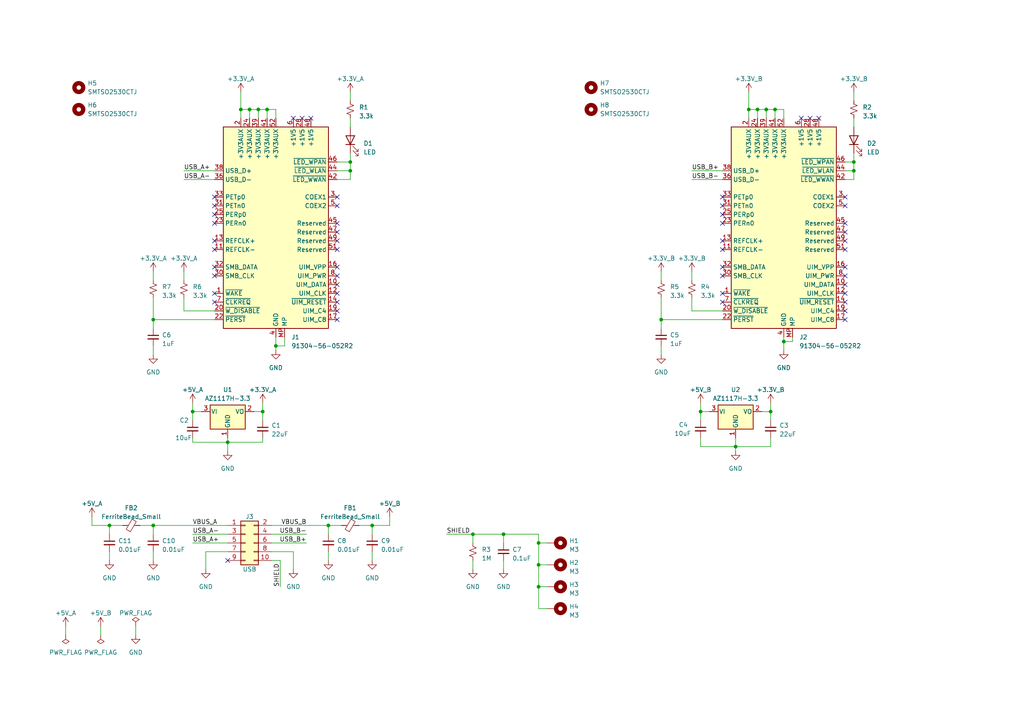
<source format=kicad_sch>
(kicad_sch (version 20230121) (generator eeschema)
  (paper "A4")
  (lib_symbols
    (symbol "Connector:Bus_PCI_Express_Mini"
      (property "Reference" "J" (at -16.51 31.75 0))
      (property "Value" "Bus_PCI_Express_Mini" (at 22.86 31.75 0))
      (symbol "Bus_PCI_Express_Mini_0_1"
        (rectangle (start -15.24 30.48) (end 15.24 -27.94) (stroke (width 0.254)) (fill (type background)))
      )
      (symbol "Bus_PCI_Express_Mini_1_1"
        (pin open_collector line (at -17.78 -17.78 0) (length 2.54) (name "~{WAKE}") (number "1"))
        (pin bidirectional line (at 17.78 -15.24 180) (length 2.54) (name "UIM_DATA") (number "10"))
        (pin input line (at -17.78 -5.08 0) (length 2.54) (name "REFCLK-") (number "11"))
        (pin output line (at 17.78 -17.78 180) (length 2.54) (name "UIM_CLK") (number "12"))
        (pin input line (at -17.78 -2.54 0) (length 2.54) (name "REFCLK+") (number "13"))
        (pin output line (at 17.78 -20.32 180) (length 2.54) (name "~{UIM_RESET}") (number "14"))
        (pin passive line (at 0 -30.48 90) (length 2.54) hide (name "GND") (number "15"))
        (pin power_out line (at 17.78 -10.16 180) (length 2.54) (name "UIM_VPP") (number "16"))
        (pin passive line (at 17.78 -25.4 180) (length 2.54) (name "UIM_C8") (number "17"))
        (pin passive line (at 0 -30.48 90) (length 2.54) hide (name "GND") (number "18"))
        (pin passive line (at 17.78 -22.86 180) (length 2.54) (name "UIM_C4") (number "19"))
        (pin power_in line (at -10.16 33.02 270) (length 2.54) (name "+3V3AUX") (number "2"))
        (pin input line (at -17.78 -22.86 0) (length 2.54) (name "~{W_DISABLE}") (number "20"))
        (pin passive line (at 0 -30.48 90) (length 2.54) hide (name "GND") (number "21"))
        (pin input line (at -17.78 -25.4 0) (length 2.54) (name "~{PERST}") (number "22"))
        (pin output line (at -17.78 2.54 0) (length 2.54) (name "PERn0") (number "23"))
        (pin power_in line (at -7.62 33.02 270) (length 2.54) (name "+3V3AUX") (number "24"))
        (pin output line (at -17.78 5.08 0) (length 2.54) (name "PERp0") (number "25"))
        (pin passive line (at 0 -30.48 90) (length 2.54) hide (name "GND") (number "26"))
        (pin passive line (at 0 -30.48 90) (length 2.54) hide (name "GND") (number "27"))
        (pin power_in line (at 7.62 33.02 270) (length 2.54) (name "+1V5") (number "28"))
        (pin passive line (at 0 -30.48 90) (length 2.54) hide (name "GND") (number "29"))
        (pin passive line (at 17.78 10.16 180) (length 2.54) (name "COEX1") (number "3"))
        (pin input line (at -17.78 -12.7 0) (length 2.54) (name "SMB_CLK") (number "30"))
        (pin input line (at -17.78 7.62 0) (length 2.54) (name "PETn0") (number "31"))
        (pin bidirectional line (at -17.78 -10.16 0) (length 2.54) (name "SMB_DATA") (number "32"))
        (pin input line (at -17.78 10.16 0) (length 2.54) (name "PETp0") (number "33"))
        (pin passive line (at 0 -30.48 90) (length 2.54) hide (name "GND") (number "34"))
        (pin passive line (at 0 -30.48 90) (length 2.54) hide (name "GND") (number "35"))
        (pin bidirectional line (at -17.78 15.24 0) (length 2.54) (name "USB_D-") (number "36"))
        (pin passive line (at 0 -30.48 90) (length 2.54) hide (name "GND") (number "37"))
        (pin bidirectional line (at -17.78 17.78 0) (length 2.54) (name "USB_D+") (number "38"))
        (pin power_in line (at -5.08 33.02 270) (length 2.54) (name "+3V3AUX") (number "39"))
        (pin power_in line (at 0 -30.48 90) (length 2.54) (name "GND") (number "4"))
        (pin passive line (at 0 -30.48 90) (length 2.54) hide (name "GND") (number "40"))
        (pin power_in line (at -2.54 33.02 270) (length 2.54) (name "+3V3AUX") (number "41"))
        (pin open_collector line (at 17.78 15.24 180) (length 2.54) (name "~{LED_WWAN}") (number "42"))
        (pin passive line (at 0 -30.48 90) (length 2.54) hide (name "GND") (number "43"))
        (pin open_collector line (at 17.78 17.78 180) (length 2.54) (name "~{LED_WLAN}") (number "44"))
        (pin passive line (at 17.78 2.54 180) (length 2.54) (name "Reserved") (number "45"))
        (pin open_collector line (at 17.78 20.32 180) (length 2.54) (name "~{LED_WPAN}") (number "46"))
        (pin passive line (at 17.78 0 180) (length 2.54) (name "Reserved") (number "47"))
        (pin power_in line (at 10.16 33.02 270) (length 2.54) (name "+1V5") (number "48"))
        (pin passive line (at 17.78 -2.54 180) (length 2.54) (name "Reserved") (number "49"))
        (pin passive line (at 17.78 7.62 180) (length 2.54) (name "COEX2") (number "5"))
        (pin passive line (at 0 -30.48 90) (length 2.54) hide (name "GND") (number "50"))
        (pin passive line (at 17.78 -5.08 180) (length 2.54) (name "Reserved") (number "51"))
        (pin power_in line (at 0 33.02 270) (length 2.54) (name "+3V3AUX") (number "52"))
        (pin power_in line (at 5.08 33.02 270) (length 2.54) (name "+1V5") (number "6"))
        (pin open_collector line (at -17.78 -20.32 0) (length 2.54) (name "~{CLKREQ}") (number "7"))
        (pin power_out line (at 17.78 -12.7 180) (length 2.54) (name "UIM_PWR") (number "8"))
        (pin passive line (at 0 -30.48 90) (length 2.54) hide (name "GND") (number "9"))
        (pin passive line (at 2.54 -30.48 90) (length 2.54) (name "MP") (number "MP"))
      )
    )
    (symbol "Connector_Generic:Conn_02x05_Odd_Even" (pin_names (offset 1.016) hide)
      (property "Reference" "J" (at 1.27 7.62 0))
      (property "Value" "Conn_02x05_Odd_Even" (at 1.27 -7.62 0))
      (symbol "Conn_02x05_Odd_Even_1_1"
        (rectangle (start -1.27 -4.953) (end 0 -5.207) (stroke (width 0.1524)))
        (rectangle (start -1.27 -2.413) (end 0 -2.667) (stroke (width 0.1524)))
        (rectangle (start -1.27 0.127) (end 0 -0.127) (stroke (width 0.1524)))
        (rectangle (start -1.27 2.667) (end 0 2.413) (stroke (width 0.1524)))
        (rectangle (start -1.27 5.207) (end 0 4.953) (stroke (width 0.1524)))
        (rectangle (start -1.27 6.35) (end 3.81 -6.35) (stroke (width 0.254)) (fill (type background)))
        (rectangle (start 3.81 -4.953) (end 2.54 -5.207) (stroke (width 0.1524)))
        (rectangle (start 3.81 -2.413) (end 2.54 -2.667) (stroke (width 0.1524)))
        (rectangle (start 3.81 0.127) (end 2.54 -0.127) (stroke (width 0.1524)))
        (rectangle (start 3.81 2.667) (end 2.54 2.413) (stroke (width 0.1524)))
        (rectangle (start 3.81 5.207) (end 2.54 4.953) (stroke (width 0.1524)))
        (pin passive line (at -5.08 5.08 0) (length 3.81) (name "Pin_1") (number "1"))
        (pin passive line (at 7.62 -5.08 180) (length 3.81) (name "Pin_10") (number "10"))
        (pin passive line (at 7.62 5.08 180) (length 3.81) (name "Pin_2") (number "2"))
        (pin passive line (at -5.08 2.54 0) (length 3.81) (name "Pin_3") (number "3"))
        (pin passive line (at 7.62 2.54 180) (length 3.81) (name "Pin_4") (number "4"))
        (pin passive line (at -5.08 0 0) (length 3.81) (name "Pin_5") (number "5"))
        (pin passive line (at 7.62 0 180) (length 3.81) (name "Pin_6") (number "6"))
        (pin passive line (at -5.08 -2.54 0) (length 3.81) (name "Pin_7") (number "7"))
        (pin passive line (at 7.62 -2.54 180) (length 3.81) (name "Pin_8") (number "8"))
        (pin passive line (at -5.08 -5.08 0) (length 3.81) (name "Pin_9") (number "9"))
      )
    )
    (symbol "Device:C_Small" (pin_numbers hide) (pin_names (offset 0.254) hide)
      (property "Reference" "C" (at 0.254 1.778 0))
      (property "Value" "C_Small" (at 0.254 -2.032 0))
      (symbol "C_Small_0_1"
        (polyline (pts (xy -1.524 -0.508) (xy 1.524 -0.508)) (stroke (width 0.3302)))
        (polyline (pts (xy -1.524 0.508) (xy 1.524 0.508)) (stroke (width 0.3048)))
      )
      (symbol "C_Small_1_1"
        (pin passive line (at 0 2.54 270) (length 2.032) (name "~") (number "1"))
        (pin passive line (at 0 -2.54 90) (length 2.032) (name "~") (number "2"))
      )
    )
    (symbol "Device:FerriteBead_Small" (pin_numbers hide) (pin_names (offset 0))
      (property "Reference" "FB" (at 1.905 1.27 0))
      (property "Value" "FerriteBead_Small" (at 1.905 -1.27 0))
      (symbol "FerriteBead_Small_0_1"
        (polyline (pts (xy 0 -1.27) (xy 0 -0.7874)))
        (polyline (pts (xy 0 0.889) (xy 0 1.2954)))
        (polyline (pts (xy -1.8288 0.2794) (xy -1.1176 1.4986) (xy 1.8288 -0.2032) (xy 1.1176 -1.4224) (xy -1.8288 0.2794)))
      )
      (symbol "FerriteBead_Small_1_1"
        (pin passive line (at 0 2.54 270) (length 1.27) (name "~") (number "1"))
        (pin passive line (at 0 -2.54 90) (length 1.27) (name "~") (number "2"))
      )
    )
    (symbol "Device:LED" (pin_numbers hide) (pin_names (offset 1.016) hide)
      (property "Reference" "D" (at 0 2.54 0))
      (property "Value" "LED" (at 0 -2.54 0))
      (symbol "LED_0_1"
        (polyline (pts (xy -1.27 -1.27) (xy -1.27 1.27)) (stroke (width 0.254)))
        (polyline (pts (xy -1.27 0) (xy 1.27 0)))
        (polyline (pts (xy 1.27 -1.27) (xy 1.27 1.27) (xy -1.27 0) (xy 1.27 -1.27)) (stroke (width 0.254)))
        (polyline (pts (xy -3.048 -0.762) (xy -4.572 -2.286) (xy -3.81 -2.286) (xy -4.572 -2.286) (xy -4.572 -1.524)))
        (polyline (pts (xy -1.778 -0.762) (xy -3.302 -2.286) (xy -2.54 -2.286) (xy -3.302 -2.286) (xy -3.302 -1.524)))
      )
      (symbol "LED_1_1"
        (pin passive line (at -3.81 0 0) (length 2.54) (name "K") (number "1"))
        (pin passive line (at 3.81 0 180) (length 2.54) (name "A") (number "2"))
      )
    )
    (symbol "Device:R_Small_US" (pin_numbers hide) (pin_names (offset 0.254) hide)
      (property "Reference" "R" (at 0.762 0.508 0))
      (property "Value" "R_Small_US" (at 0.762 -1.016 0))
      (symbol "R_Small_US_1_1"
        (polyline (pts (xy 0 0) (xy 1.016 -0.381) (xy 0 -0.762) (xy -1.016 -1.143) (xy 0 -1.524)))
        (polyline (pts (xy 0 1.524) (xy 1.016 1.143) (xy 0 0.762) (xy -1.016 0.381) (xy 0 0)))
        (pin passive line (at 0 2.54 270) (length 1.016) (name "~") (number "1"))
        (pin passive line (at 0 -2.54 90) (length 1.016) (name "~") (number "2"))
      )
    )
    (symbol "Mechanical:MountingHole" (pin_names (offset 1.016))
      (property "Reference" "H" (at 0 5.08 0))
      (property "Value" "MountingHole" (at 0 3.175 0))
      (symbol "MountingHole_0_1"
        (circle (center 0 0) (radius 1.27) (stroke (width 1.27)))
      )
    )
    (symbol "Mechanical:MountingHole_Pad" (pin_numbers hide) (pin_names (offset 1.016) hide)
      (property "Reference" "H" (at 0 6.35 0))
      (property "Value" "MountingHole_Pad" (at 0 4.445 0))
      (symbol "MountingHole_Pad_0_1"
        (circle (center 0 1.27) (radius 1.27) (stroke (width 1.27)))
      )
      (symbol "MountingHole_Pad_1_1"
        (pin input line (at 0 -2.54 90) (length 2.54) (name "1") (number "1"))
      )
    )
    (symbol "Regulator_Linear:AZ1117-3.3" (pin_names (offset 0.254))
      (property "Reference" "U" (at -3.81 3.175 0))
      (property "Value" "AZ1117-3.3" (at 0 3.175 0))
      (symbol "AZ1117-3.3_0_1"
        (rectangle (start -5.08 1.905) (end 5.08 -5.08) (stroke (width 0.254)) (fill (type background)))
      )
      (symbol "AZ1117-3.3_1_1"
        (pin power_in line (at 0 -7.62 90) (length 2.54) (name "GND") (number "1"))
        (pin power_out line (at 7.62 0 180) (length 2.54) (name "VO") (number "2"))
        (pin power_in line (at -7.62 0 0) (length 2.54) (name "VI") (number "3"))
      )
    )
    (symbol "parts:+3.3V_A" (power) (pin_names (offset 0))
      (property "Value" "+3.3V_A" (at 0 3.556 0))
      (symbol "+3.3V_A_0_1"
        (polyline (pts (xy -0.762 1.27) (xy 0 2.54)))
        (polyline (pts (xy 0 0) (xy 0 2.54)))
        (polyline (pts (xy 0 2.54) (xy 0.762 1.27)))
      )
      (symbol "+3.3V_A_1_1"
        (pin power_in line (at 0 0 90) (length 0) hide (name "+3.3V_A") (number "1"))
      )
    )
    (symbol "parts:+3.3V_B" (power) (pin_names (offset 0))
      (property "Value" "+3.3V_B" (at 0 3.556 0))
      (symbol "+3.3V_B_0_1"
        (polyline (pts (xy -0.762 1.27) (xy 0 2.54)))
        (polyline (pts (xy 0 0) (xy 0 2.54)))
        (polyline (pts (xy 0 2.54) (xy 0.762 1.27)))
      )
      (symbol "+3.3V_B_1_1"
        (pin power_in line (at 0 0 90) (length 0) hide (name "+3.3V_B") (number "1"))
      )
    )
    (symbol "parts:+5V_A" (power) (pin_names (offset 0))
      (property "Value" "+5V_A" (at 0 3.556 0))
      (symbol "+5V_A_0_1"
        (polyline (pts (xy -0.762 1.27) (xy 0 2.54)))
        (polyline (pts (xy 0 0) (xy 0 2.54)))
        (polyline (pts (xy 0 2.54) (xy 0.762 1.27)))
      )
      (symbol "+5V_A_1_1"
        (pin power_in line (at 0 0 90) (length 0) hide (name "+5V_A") (number "1"))
      )
    )
    (symbol "parts:+5V_B" (power) (pin_names (offset 0))
      (property "Value" "+5V_B" (at 0 3.556 0))
      (symbol "+5V_B_0_1"
        (polyline (pts (xy -0.762 1.27) (xy 0 2.54)))
        (polyline (pts (xy 0 0) (xy 0 2.54)))
        (polyline (pts (xy 0 2.54) (xy 0.762 1.27)))
      )
      (symbol "+5V_B_1_1"
        (pin power_in line (at 0 0 90) (length 0) hide (name "+5V_B") (number "1"))
      )
    )
    (symbol "power:GND" (power) (pin_names (offset 0))
      (property "Value" "GND" (at 0 -3.81 0))
      (symbol "GND_0_1"
        (polyline (pts (xy 0 0) (xy 0 -1.27) (xy 1.27 -1.27) (xy 0 -2.54) (xy -1.27 -1.27) (xy 0 -1.27)))
      )
      (symbol "GND_1_1"
        (pin power_in line (at 0 0 270) (length 0) hide (name "GND") (number "1"))
      )
    )
    (symbol "power:PWR_FLAG" (power) (pin_numbers hide) (pin_names (offset 0) hide)
      (property "Value" "PWR_FLAG" (at 0 3.81 0))
      (symbol "PWR_FLAG_0_0"
        (pin power_out line (at 0 0 90) (length 0) (name "pwr") (number "1"))
      )
      (symbol "PWR_FLAG_0_1"
        (polyline (pts (xy 0 0) (xy 0 1.27) (xy -1.016 1.905) (xy 0 2.54) (xy 1.016 1.905) (xy 0 1.27)))
      )
    )
  )
  (junction (at 69.85 31.75))
  (junction (at 247.65 46.99))
  (junction (at 55.88 119.38))
  (junction (at 217.17 31.75))
  (junction (at 44.45 152.4))
  (junction (at 224.79 31.75))
  (junction (at 219.71 31.75))
  (junction (at 66.04 128.27))
  (junction (at 191.77 92.71))
  (junction (at 156.21 170.18))
  (junction (at 101.6 49.53))
  (junction (at 31.75 152.4))
  (junction (at 156.21 163.83))
  (junction (at 223.52 119.38))
  (junction (at 222.25 31.75))
  (junction (at 156.21 157.48))
  (junction (at 76.2 119.38))
  (junction (at 101.6 46.99))
  (junction (at 107.95 152.4))
  (junction (at 227.33 99.06))
  (junction (at 247.65 49.53))
  (junction (at 72.39 31.75))
  (junction (at 74.93 31.75))
  (junction (at 146.05 154.94))
  (junction (at 95.25 152.4))
  (junction (at 213.36 129.54))
  (junction (at 44.45 92.71))
  (junction (at 203.2 119.38))
  (junction (at 77.47 31.75))
  (junction (at 80.01 100.33))
  (junction (at 137.16 154.94))
  (no_connect (at 209.55 62.23))
  (no_connect (at 232.41 34.29))
  (no_connect (at 245.11 85.09))
  (no_connect (at 97.79 85.09))
  (no_connect (at 209.55 57.15))
  (no_connect (at 97.79 72.39))
  (no_connect (at 62.23 64.77))
  (no_connect (at 97.79 57.15))
  (no_connect (at 97.79 92.71))
  (no_connect (at 97.79 59.69))
  (no_connect (at 97.79 90.17))
  (no_connect (at 97.79 67.31))
  (no_connect (at 97.79 69.85))
  (no_connect (at 237.49 34.29))
  (no_connect (at 245.11 67.31))
  (no_connect (at 245.11 82.55))
  (no_connect (at 62.23 80.01))
  (no_connect (at 245.11 72.39))
  (no_connect (at 209.55 80.01))
  (no_connect (at 245.11 59.69))
  (no_connect (at 97.79 80.01))
  (no_connect (at 245.11 80.01))
  (no_connect (at 209.55 85.09))
  (no_connect (at 85.09 34.29))
  (no_connect (at 62.23 85.09))
  (no_connect (at 209.55 64.77))
  (no_connect (at 209.55 72.39))
  (no_connect (at 245.11 87.63))
  (no_connect (at 62.23 69.85))
  (no_connect (at 245.11 57.15))
  (no_connect (at 209.55 59.69))
  (no_connect (at 245.11 64.77))
  (no_connect (at 234.95 34.29))
  (no_connect (at 62.23 57.15))
  (no_connect (at 62.23 62.23))
  (no_connect (at 66.04 162.56))
  (no_connect (at 97.79 77.47))
  (no_connect (at 62.23 59.69))
  (no_connect (at 245.11 69.85))
  (no_connect (at 90.17 34.29))
  (no_connect (at 62.23 77.47))
  (no_connect (at 97.79 64.77))
  (no_connect (at 245.11 90.17))
  (no_connect (at 62.23 87.63))
  (no_connect (at 87.63 34.29))
  (no_connect (at 209.55 69.85))
  (no_connect (at 97.79 87.63))
  (no_connect (at 209.55 87.63))
  (no_connect (at 97.79 82.55))
  (no_connect (at 245.11 92.71))
  (no_connect (at 245.11 77.47))
  (no_connect (at 209.55 77.47))
  (no_connect (at 62.23 72.39))
  (wire (pts (xy 101.6 49.53) (xy 101.6 46.99)))
  (wire (pts (xy 107.95 160.02) (xy 107.95 162.56)))
  (wire (pts (xy 229.87 99.06) (xy 227.33 99.06)))
  (wire (pts (xy 78.74 152.4) (xy 95.25 152.4)))
  (wire (pts (xy 80.01 31.75) (xy 80.01 34.29)))
  (wire (pts (xy 55.88 116.84) (xy 55.88 119.38)))
  (wire (pts (xy 245.11 49.53) (xy 247.65 49.53)))
  (wire (pts (xy 31.75 152.4) (xy 35.56 152.4)))
  (wire (pts (xy 29.21 181.61) (xy 29.21 184.15)))
  (wire (pts (xy 158.75 157.48) (xy 156.21 157.48)))
  (wire (pts (xy 55.88 128.27) (xy 66.04 128.27)))
  (wire (pts (xy 101.6 26.67) (xy 101.6 29.21)))
  (wire (pts (xy 107.95 152.4) (xy 113.03 152.4)))
  (wire (pts (xy 66.04 128.27) (xy 66.04 130.81)))
  (wire (pts (xy 44.45 152.4) (xy 44.45 154.94)))
  (wire (pts (xy 217.17 31.75) (xy 217.17 34.29)))
  (wire (pts (xy 146.05 162.56) (xy 146.05 165.1)))
  (wire (pts (xy 229.87 97.79) (xy 229.87 99.06)))
  (wire (pts (xy 247.65 26.67) (xy 247.65 29.21)))
  (wire (pts (xy 107.95 152.4) (xy 107.95 154.94)))
  (wire (pts (xy 97.79 52.07) (xy 101.6 52.07)))
  (wire (pts (xy 247.65 49.53) (xy 247.65 52.07)))
  (wire (pts (xy 227.33 31.75) (xy 224.79 31.75)))
  (wire (pts (xy 203.2 119.38) (xy 203.2 121.92)))
  (wire (pts (xy 72.39 31.75) (xy 72.39 34.29)))
  (wire (pts (xy 245.11 52.07) (xy 247.65 52.07)))
  (wire (pts (xy 80.01 100.33) (xy 80.01 101.6)))
  (wire (pts (xy 101.6 34.29) (xy 101.6 36.83)))
  (wire (pts (xy 227.33 99.06) (xy 227.33 101.6)))
  (wire (pts (xy 156.21 170.18) (xy 156.21 176.53)))
  (wire (pts (xy 245.11 46.99) (xy 247.65 46.99)))
  (wire (pts (xy 156.21 163.83) (xy 156.21 170.18)))
  (wire (pts (xy 97.79 46.99) (xy 101.6 46.99)))
  (wire (pts (xy 39.37 181.61) (xy 39.37 184.15)))
  (wire (pts (xy 146.05 154.94) (xy 156.21 154.94)))
  (wire (pts (xy 62.23 92.71) (xy 44.45 92.71)))
  (wire (pts (xy 81.28 162.56) (xy 81.28 170.18)))
  (wire (pts (xy 223.52 119.38) (xy 223.52 121.92)))
  (wire (pts (xy 220.98 119.38) (xy 223.52 119.38)))
  (wire (pts (xy 104.14 152.4) (xy 107.95 152.4)))
  (wire (pts (xy 95.25 152.4) (xy 95.25 154.94)))
  (wire (pts (xy 53.34 86.36) (xy 53.34 90.17)))
  (wire (pts (xy 82.55 100.33) (xy 80.01 100.33)))
  (wire (pts (xy 53.34 52.07) (xy 62.23 52.07)))
  (wire (pts (xy 227.33 34.29) (xy 227.33 31.75)))
  (wire (pts (xy 31.75 152.4) (xy 31.75 154.94)))
  (wire (pts (xy 44.45 78.74) (xy 44.45 81.28)))
  (wire (pts (xy 191.77 92.71) (xy 191.77 86.36)))
  (wire (pts (xy 219.71 31.75) (xy 217.17 31.75)))
  (wire (pts (xy 156.21 154.94) (xy 156.21 157.48)))
  (wire (pts (xy 146.05 154.94) (xy 146.05 157.48)))
  (wire (pts (xy 113.03 152.4) (xy 113.03 149.86)))
  (wire (pts (xy 26.67 152.4) (xy 31.75 152.4)))
  (wire (pts (xy 66.04 160.02) (xy 59.69 160.02)))
  (wire (pts (xy 137.16 154.94) (xy 137.16 157.48)))
  (wire (pts (xy 53.34 49.53) (xy 62.23 49.53)))
  (wire (pts (xy 97.79 49.53) (xy 101.6 49.53)))
  (wire (pts (xy 82.55 97.79) (xy 82.55 100.33)))
  (wire (pts (xy 191.77 78.74) (xy 191.77 81.28)))
  (wire (pts (xy 223.52 129.54) (xy 213.36 129.54)))
  (wire (pts (xy 40.64 152.4) (xy 44.45 152.4)))
  (wire (pts (xy 203.2 127) (xy 203.2 129.54)))
  (wire (pts (xy 247.65 46.99) (xy 247.65 49.53)))
  (wire (pts (xy 85.09 160.02) (xy 85.09 165.1)))
  (wire (pts (xy 137.16 154.94) (xy 146.05 154.94)))
  (wire (pts (xy 78.74 160.02) (xy 85.09 160.02)))
  (wire (pts (xy 222.25 31.75) (xy 219.71 31.75)))
  (wire (pts (xy 203.2 129.54) (xy 213.36 129.54)))
  (wire (pts (xy 77.47 31.75) (xy 80.01 31.75)))
  (wire (pts (xy 156.21 163.83) (xy 158.75 163.83)))
  (wire (pts (xy 44.45 152.4) (xy 66.04 152.4)))
  (wire (pts (xy 219.71 31.75) (xy 219.71 34.29)))
  (wire (pts (xy 80.01 97.79) (xy 80.01 100.33)))
  (wire (pts (xy 213.36 129.54) (xy 213.36 130.81)))
  (wire (pts (xy 213.36 127) (xy 213.36 129.54)))
  (wire (pts (xy 44.45 160.02) (xy 44.45 162.56)))
  (wire (pts (xy 26.67 149.86) (xy 26.67 152.4)))
  (wire (pts (xy 59.69 160.02) (xy 59.69 165.1)))
  (wire (pts (xy 44.45 100.33) (xy 44.45 102.87)))
  (wire (pts (xy 203.2 119.38) (xy 205.74 119.38)))
  (wire (pts (xy 101.6 52.07) (xy 101.6 49.53)))
  (wire (pts (xy 78.74 162.56) (xy 81.28 162.56)))
  (wire (pts (xy 76.2 119.38) (xy 76.2 121.92)))
  (wire (pts (xy 191.77 92.71) (xy 191.77 95.25)))
  (wire (pts (xy 209.55 92.71) (xy 191.77 92.71)))
  (wire (pts (xy 224.79 31.75) (xy 224.79 34.29)))
  (wire (pts (xy 76.2 127) (xy 76.2 128.27)))
  (wire (pts (xy 95.25 160.02) (xy 95.25 162.56)))
  (wire (pts (xy 78.74 157.48) (xy 88.9 157.48)))
  (wire (pts (xy 209.55 90.17) (xy 200.66 90.17)))
  (wire (pts (xy 95.25 152.4) (xy 99.06 152.4)))
  (wire (pts (xy 55.88 154.94) (xy 66.04 154.94)))
  (wire (pts (xy 44.45 92.71) (xy 44.45 86.36)))
  (wire (pts (xy 156.21 170.18) (xy 158.75 170.18)))
  (wire (pts (xy 76.2 128.27) (xy 66.04 128.27)))
  (wire (pts (xy 55.88 157.48) (xy 66.04 157.48)))
  (wire (pts (xy 191.77 100.33) (xy 191.77 102.87)))
  (wire (pts (xy 247.65 34.29) (xy 247.65 36.83)))
  (wire (pts (xy 129.54 154.94) (xy 137.16 154.94)))
  (wire (pts (xy 53.34 78.74) (xy 53.34 81.28)))
  (wire (pts (xy 247.65 44.45) (xy 247.65 46.99)))
  (wire (pts (xy 55.88 119.38) (xy 58.42 119.38)))
  (wire (pts (xy 76.2 116.84) (xy 76.2 119.38)))
  (wire (pts (xy 44.45 92.71) (xy 44.45 95.25)))
  (wire (pts (xy 200.66 49.53) (xy 209.55 49.53)))
  (wire (pts (xy 223.52 116.84) (xy 223.52 119.38)))
  (wire (pts (xy 74.93 31.75) (xy 77.47 31.75)))
  (wire (pts (xy 76.2 119.38) (xy 73.66 119.38)))
  (wire (pts (xy 69.85 31.75) (xy 72.39 31.75)))
  (wire (pts (xy 222.25 31.75) (xy 222.25 34.29)))
  (wire (pts (xy 62.23 90.17) (xy 53.34 90.17)))
  (wire (pts (xy 200.66 52.07) (xy 209.55 52.07)))
  (wire (pts (xy 200.66 78.74) (xy 200.66 81.28)))
  (wire (pts (xy 78.74 154.94) (xy 88.9 154.94)))
  (wire (pts (xy 156.21 176.53) (xy 158.75 176.53)))
  (wire (pts (xy 101.6 46.99) (xy 101.6 44.45)))
  (wire (pts (xy 223.52 127) (xy 223.52 129.54)))
  (wire (pts (xy 72.39 31.75) (xy 74.93 31.75)))
  (wire (pts (xy 217.17 26.67) (xy 217.17 31.75)))
  (wire (pts (xy 224.79 31.75) (xy 222.25 31.75)))
  (wire (pts (xy 19.05 181.61) (xy 19.05 184.15)))
  (wire (pts (xy 203.2 116.84) (xy 203.2 119.38)))
  (wire (pts (xy 227.33 97.79) (xy 227.33 99.06)))
  (wire (pts (xy 156.21 157.48) (xy 156.21 163.83)))
  (wire (pts (xy 74.93 31.75) (xy 74.93 34.29)))
  (wire (pts (xy 200.66 86.36) (xy 200.66 90.17)))
  (wire (pts (xy 31.75 160.02) (xy 31.75 162.56)))
  (wire (pts (xy 137.16 162.56) (xy 137.16 165.1)))
  (wire (pts (xy 69.85 31.75) (xy 69.85 34.29)))
  (wire (pts (xy 66.04 127) (xy 66.04 128.27)))
  (wire (pts (xy 69.85 26.67) (xy 69.85 31.75)))
  (wire (pts (xy 77.47 31.75) (xy 77.47 34.29)))
  (wire (pts (xy 55.88 127) (xy 55.88 128.27)))
  (wire (pts (xy 55.88 119.38) (xy 55.88 121.92)))
  (label "USB_B-" (at 200.66 52.07 0))
  (label "SHIELD" (at 81.28 170.18 90))
  (label "USB_B-" (at 88.9 154.94 180))
  (label "VBUS_B" (at 88.9 152.4 180))
  (label "USB_A-" (at 53.34 52.07 0))
  (label "USB_A-" (at 55.88 154.94 0))
  (label "USB_B+" (at 88.9 157.48 180))
  (label "VBUS_A" (at 55.88 152.4 0))
  (label "SHIELD" (at 129.54 154.94 0))
  (label "USB_B+" (at 200.66 49.53 0))
  (label "USB_A+" (at 53.34 49.53 0))
  (label "USB_A+" (at 55.88 157.48 0))
  (symbol (lib_id "parts:+5V_A") (at 19.05 181.61 0) (unit 1)
    (property "Reference" "#PWR05" (effects hide))
    (property "Value" "+5V_A" (at 19.05 177.8 0))
  )
  (symbol (lib_id "power:GND") (at 95.25 162.56 0) (unit 1)
    (property "Reference" "#PWR030" (effects hide))
    (property "Value" "GND" (at 95.25 167.64 0))
  )
  (symbol (lib_id "Device:C_Small") (at 76.2 124.46 0) (unit 1)
    (property "Reference" "C1" (at 78.74 123.3932 0) (effects (justify left)))
    (property "Value" "22uF" (at 78.74 125.9332 0) (effects (justify left)))
    (property "Footprint" "Capacitor_SMD:C_1206_3216Metric" (effects hide))
    (property "LCSC" "C12891" (effects hide))
  )
  (symbol (lib_id "Regulator_Linear:AZ1117-3.3") (at 66.04 119.38 0) (unit 1)
    (property "Reference" "U1" (at 66.04 113.03 0))
    (property "Value" "AZ1117H-3.3" (at 66.04 115.57 0))
    (property "Footprint" "Package_TO_SOT_SMD:SOT-223-3_TabPin2" (effects hide))
    (property "Datasheet" "https://www.diodes.com/assets/Datasheets/AZ1117.pdf" (effects hide))
    (property "LCSC" "C92517" (effects hide))
  )
  (symbol (lib_id "Mechanical:MountingHole_Pad") (at 161.29 176.53 270) (unit 1)
    (property "Reference" "H4" (at 165.1 175.895 90) (effects (justify left)))
    (property "Value" "M3" (at 165.1 178.435 90) (effects (justify left)))
    (property "Footprint" "MountingHole:MountingHole_3.2mm_M3_Pad" (effects hide))
  )
  (symbol (lib_id "power:GND") (at 44.45 162.56 0) (unit 1)
    (property "Reference" "#PWR028" (effects hide))
    (property "Value" "GND" (at 44.45 167.64 0))
  )
  (symbol (lib_id "Device:R_Small_US") (at 101.6 31.75 0) (unit 1)
    (property "Reference" "R1" (at 104.14 31.115 0) (effects (justify left)))
    (property "Value" "3.3k" (at 104.14 33.655 0) (effects (justify left)))
    (property "Footprint" "Resistor_SMD:R_0603_1608Metric" (effects hide))
    (property "LCSC" "C22978" (effects hide))
  )
  (symbol (lib_id "Mechanical:MountingHole") (at 171.45 31.75 270) (unit 1)
    (property "Reference" "H8" (at 173.99 30.48 90) (effects (justify left)))
    (property "Value" "SMTSO2530CTJ" (at 173.99 33.02 90) (effects (justify left)))
    (property "Footprint" "parts:SMTSO25" (effects hide))
    (property "LCSC" "C2915631" (effects hide))
  )
  (symbol (lib_id "parts:+3.3V_A") (at 101.6 26.67 0) (unit 1)
    (property "Reference" "#PWR022" (effects hide))
    (property "Value" "+3.3V_A" (at 101.6 22.86 0))
  )
  (symbol (lib_id "parts:+3.3V_B") (at 200.66 78.74 0) (unit 1)
    (property "Reference" "#PWR012" (effects hide))
    (property "Value" "+3.3V_B" (at 200.66 74.93 0))
  )
  (symbol (lib_id "parts:+3.3V_B") (at 217.17 26.67 0) (unit 1)
    (property "Reference" "#PWR016" (effects hide))
    (property "Value" "+3.3V_B" (at 217.17 22.86 0))
  )
  (symbol (lib_id "Device:LED") (at 101.6 40.64 90) (unit 1)
    (property "Reference" "D1" (at 105.41 41.5925 90) (effects (justify right)))
    (property "Value" "LED" (at 105.41 44.1325 90) (effects (justify right)))
    (property "Footprint" "LED_SMD:LED_0603_1608Metric" (effects hide))
    (property "LCSC" "C72041" (effects hide))
  )
  (symbol (lib_id "Device:R_Small_US") (at 191.77 83.82 0) (unit 1)
    (property "Reference" "R5" (at 194.31 83.185 0) (effects (justify left)))
    (property "Value" "3.3k" (at 194.31 85.725 0) (effects (justify left)))
    (property "Footprint" "Resistor_SMD:R_0603_1608Metric" (effects hide))
    (property "LCSC" "C22978" (effects hide))
  )
  (symbol (lib_id "Mechanical:MountingHole_Pad") (at 161.29 157.48 270) (unit 1)
    (property "Reference" "H1" (at 165.1 156.845 90) (effects (justify left)))
    (property "Value" "M3" (at 165.1 159.385 90) (effects (justify left)))
    (property "Footprint" "MountingHole:MountingHole_3.2mm_M3_Pad" (effects hide))
  )
  (symbol (lib_id "power:GND") (at 107.95 162.56 0) (unit 1)
    (property "Reference" "#PWR031" (effects hide))
    (property "Value" "GND" (at 107.95 167.64 0))
  )
  (symbol (lib_id "Device:C_Small") (at 107.95 157.48 0) (unit 1)
    (property "Reference" "C9" (at 110.49 156.8513 0) (effects (justify left)))
    (property "Value" "0.01uF" (at 110.49 159.3913 0) (effects (justify left)))
    (property "Footprint" "Capacitor_SMD:C_0603_1608Metric" (effects hide))
    (property "LCSC" "C57112" (effects hide))
  )
  (symbol (lib_id "Device:C_Small") (at 191.77 97.79 0) (unit 1)
    (property "Reference" "C5" (at 194.31 97.1613 0) (effects (justify left)))
    (property "Value" "1uF" (at 194.31 99.7013 0) (effects (justify left)))
    (property "Footprint" "Capacitor_SMD:C_0603_1608Metric" (effects hide))
    (property "LCSC" "C15849" (effects hide))
  )
  (symbol (lib_id "Device:C_Small") (at 31.75 157.48 0) (unit 1)
    (property "Reference" "C11" (at 34.29 156.8513 0) (effects (justify left)))
    (property "Value" "0.01uF" (at 34.29 159.3913 0) (effects (justify left)))
    (property "Footprint" "Capacitor_SMD:C_0603_1608Metric" (effects hide))
    (property "LCSC" "C57112" (effects hide))
  )
  (symbol (lib_id "Mechanical:MountingHole") (at 22.86 31.75 270) (unit 1)
    (property "Reference" "H6" (at 25.4 30.48 90) (effects (justify left)))
    (property "Value" "SMTSO2530CTJ" (at 25.4 33.02 90) (effects (justify left)))
    (property "Footprint" "parts:SMTSO25" (effects hide))
    (property "LCSC" "C2915631" (effects hide))
  )
  (symbol (lib_id "Device:C_Small") (at 44.45 157.48 0) (unit 1)
    (property "Reference" "C10" (at 46.99 156.8513 0) (effects (justify left)))
    (property "Value" "0.01uF" (at 46.99 159.3913 0) (effects (justify left)))
    (property "Footprint" "Capacitor_SMD:C_0603_1608Metric" (effects hide))
    (property "LCSC" "C57112" (effects hide))
  )
  (symbol (lib_id "power:GND") (at 44.45 102.87 0) (unit 1)
    (property "Reference" "#PWR027" (effects hide))
    (property "Value" "GND" (at 44.45 107.95 0))
  )
  (symbol (lib_id "Device:R_Small_US") (at 137.16 160.02 0) (unit 1)
    (property "Reference" "R3" (at 139.7 159.385 0) (effects (justify left)))
    (property "Value" "1M" (at 139.7 161.925 0) (effects (justify left)))
    (property "Footprint" "Resistor_SMD:R_0603_1608Metric" (effects hide))
    (property "LCSC" "C22935" (effects hide))
  )
  (symbol (lib_id "Regulator_Linear:AZ1117-3.3") (at 213.36 119.38 0) (unit 1)
    (property "Reference" "U2" (at 213.36 113.03 0))
    (property "Value" "AZ1117H-3.3" (at 213.36 115.57 0))
    (property "Footprint" "Package_TO_SOT_SMD:SOT-223-3_TabPin2" (effects hide))
    (property "Datasheet" "https://www.diodes.com/assets/Datasheets/AZ1117.pdf" (effects hide))
    (property "LCSC" "C92517" (effects hide))
  )
  (symbol (lib_id "Mechanical:MountingHole") (at 22.86 25.4 270) (unit 1)
    (property "Reference" "H5" (at 25.4 24.13 90) (effects (justify left)))
    (property "Value" "SMTSO2530CTJ" (at 25.4 26.67 90) (effects (justify left)))
    (property "Footprint" "parts:SMTSO25" (effects hide))
    (property "LCSC" "C2915631" (effects hide))
  )
  (symbol (lib_id "power:GND") (at 137.16 165.1 0) (unit 1)
    (property "Reference" "#PWR011" (effects hide))
    (property "Value" "GND" (at 137.16 170.18 0))
  )
  (symbol (lib_id "Device:C_Small") (at 203.2 124.46 0) (unit 1)
    (property "Reference" "C4" (at 196.85 123.19 0) (effects (justify left)))
    (property "Value" "10uF" (at 195.58 125.73 0) (effects (justify left)))
    (property "Footprint" "Capacitor_SMD:C_1206_3216Metric" (effects hide))
    (property "LCSC" "C13585" (effects hide))
  )
  (symbol (lib_id "Mechanical:MountingHole_Pad") (at 161.29 170.18 270) (unit 1)
    (property "Reference" "H3" (at 165.1 169.545 90) (effects (justify left)))
    (property "Value" "M3" (at 165.1 172.085 90) (effects (justify left)))
    (property "Footprint" "MountingHole:MountingHole_3.2mm_M3_Pad" (effects hide))
  )
  (symbol (lib_id "Device:FerriteBead_Small") (at 101.6 152.4 90) (unit 1)
    (property "Reference" "FB1" (at 101.5619 147.32 90))
    (property "Value" "FerriteBead_Small" (at 101.5619 149.86 90))
    (property "Footprint" "Inductor_SMD:L_0805_2012Metric" (effects hide))
    (property "LCSC" "C1017" (effects hide))
  )
  (symbol (lib_id "Device:FerriteBead_Small") (at 38.1 152.4 90) (unit 1)
    (property "Reference" "FB2" (at 38.0619 147.32 90))
    (property "Value" "FerriteBead_Small" (at 38.0619 149.86 90))
    (property "Footprint" "Inductor_SMD:L_0805_2012Metric" (effects hide))
    (property "LCSC" "C1017" (effects hide))
  )
  (symbol (lib_id "parts:+3.3V_B") (at 223.52 116.84 0) (unit 1)
    (property "Reference" "#PWR014" (effects hide))
    (property "Value" "+3.3V_B" (at 223.52 113.03 0))
  )
  (symbol (lib_id "Device:C_Small") (at 146.05 160.02 0) (unit 1)
    (property "Reference" "C7" (at 148.59 159.3913 0) (effects (justify left)))
    (property "Value" "0.1uF" (at 148.59 161.9313 0) (effects (justify left)))
    (property "Footprint" "Capacitor_SMD:C_0603_1608Metric" (effects hide))
    (property "LCSC" "C14663" (effects hide))
  )
  (symbol (lib_id "parts:+3.3V_A") (at 69.85 26.67 0) (unit 1)
    (property "Reference" "#PWR08" (effects hide))
    (property "Value" "+3.3V_A" (at 69.85 22.86 0))
  )
  (symbol (lib_id "Connector:Bus_PCI_Express_Mini") (at 80.01 67.31 0) (unit 1)
    (property "Reference" "J1" (at 84.5059 97.79 0) (effects (justify left)))
    (property "Value" "91304-56-052R2" (at 84.5059 100.33 0) (effects (justify left)))
    (property "Footprint" "Connector_PCBEdge:BUS_PCI_Express_Mini_Full" (effects hide))
    (property "LCSC" "C404121" (effects hide))
  )
  (symbol (lib_id "Device:C_Small") (at 55.88 124.46 0) (unit 1)
    (property "Reference" "C2" (at 52.07 121.92 0) (effects (justify left)))
    (property "Value" "10uF" (at 50.8 127 0) (effects (justify left)))
    (property "Footprint" "Capacitor_SMD:C_1206_3216Metric" (effects hide))
    (property "LCSC" "C13585" (effects hide))
  )
  (symbol (lib_id "power:GND") (at 146.05 165.1 0) (unit 1)
    (property "Reference" "#PWR018" (effects hide))
    (property "Value" "GND" (at 146.05 170.18 0))
  )
  (symbol (lib_id "power:GND") (at 66.04 130.81 0) (unit 1)
    (property "Reference" "#PWR09" (effects hide))
    (property "Value" "GND" (at 66.04 135.89 0))
  )
  (symbol (lib_id "Device:C_Small") (at 44.45 97.79 0) (unit 1)
    (property "Reference" "C6" (at 46.99 97.1613 0) (effects (justify left)))
    (property "Value" "1uF" (at 46.99 99.7013 0) (effects (justify left)))
    (property "Footprint" "Capacitor_SMD:C_0603_1608Metric" (effects hide))
    (property "LCSC" "C15849" (effects hide))
  )
  (symbol (lib_id "parts:+3.3V_A") (at 44.45 78.74 0) (unit 1)
    (property "Reference" "#PWR025" (effects hide))
    (property "Value" "+3.3V_A" (at 44.45 74.93 0))
  )
  (symbol (lib_id "power:GND") (at 85.09 165.1 0) (unit 1)
    (property "Reference" "#PWR04" (effects hide))
    (property "Value" "GND" (at 85.09 170.18 0))
  )
  (symbol (lib_id "power:PWR_FLAG") (at 29.21 184.15 180) (unit 1)
    (property "Reference" "#FLG01" (effects hide))
    (property "Value" "PWR_FLAG" (at 29.21 189.23 0))
  )
  (symbol (lib_id "power:GND") (at 39.37 184.15 0) (unit 1)
    (property "Reference" "#PWR021" (effects hide))
    (property "Value" "GND" (at 39.37 189.23 0))
  )
  (symbol (lib_id "parts:+3.3V_A") (at 76.2 116.84 0) (unit 1)
    (property "Reference" "#PWR07" (effects hide))
    (property "Value" "+3.3V_A" (at 76.2 113.03 0))
  )
  (symbol (lib_id "parts:+5V_B") (at 29.21 181.61 0) (unit 1)
    (property "Reference" "#PWR026" (effects hide))
    (property "Value" "+5V_B" (at 29.21 177.8 0))
  )
  (symbol (lib_id "parts:+5V_B") (at 203.2 116.84 0) (unit 1)
    (property "Reference" "#PWR06" (effects hide))
    (property "Value" "+5V_B" (at 203.2 113.03 0))
  )
  (symbol (lib_id "power:PWR_FLAG") (at 19.05 184.15 180) (unit 1)
    (property "Reference" "#FLG03" (effects hide))
    (property "Value" "PWR_FLAG" (at 19.05 189.23 0))
  )
  (symbol (lib_id "power:GND") (at 213.36 130.81 0) (unit 1)
    (property "Reference" "#PWR015" (effects hide))
    (property "Value" "GND" (at 213.36 135.89 0))
  )
  (symbol (lib_id "Device:C_Small") (at 223.52 124.46 0) (unit 1)
    (property "Reference" "C3" (at 226.06 123.3932 0) (effects (justify left)))
    (property "Value" "22uF" (at 226.06 125.9332 0) (effects (justify left)))
    (property "Footprint" "Capacitor_SMD:C_1206_3216Metric" (effects hide))
    (property "LCSC" "C12891" (effects hide))
  )
  (symbol (lib_id "Device:R_Small_US") (at 247.65 31.75 0) (unit 1)
    (property "Reference" "R2" (at 250.19 31.115 0) (effects (justify left)))
    (property "Value" "3.3k" (at 250.19 33.655 0) (effects (justify left)))
    (property "Footprint" "Resistor_SMD:R_0603_1608Metric" (effects hide))
    (property "LCSC" "C22978" (effects hide))
  )
  (symbol (lib_id "parts:+5V_B") (at 113.03 149.86 0) (unit 1)
    (property "Reference" "#PWR02" (effects hide))
    (property "Value" "+5V_B" (at 113.03 146.05 0))
  )
  (symbol (lib_id "power:GND") (at 31.75 162.56 0) (unit 1)
    (property "Reference" "#PWR029" (effects hide))
    (property "Value" "GND" (at 31.75 167.64 0))
  )
  (symbol (lib_id "parts:+3.3V_A") (at 53.34 78.74 0) (unit 1)
    (property "Reference" "#PWR024" (effects hide))
    (property "Value" "+3.3V_A" (at 53.34 74.93 0))
  )
  (symbol (lib_id "Connector:Bus_PCI_Express_Mini") (at 227.33 67.31 0) (unit 1)
    (property "Reference" "J2" (at 231.8259 97.79 0) (effects (justify left)))
    (property "Value" "91304-56-052R2" (at 231.8259 100.33 0) (effects (justify left)))
    (property "Footprint" "Connector_PCBEdge:BUS_PCI_Express_Mini_Full" (effects hide))
    (property "LCSC" "C404121" (effects hide))
  )
  (symbol (lib_id "power:PWR_FLAG") (at 39.37 181.61 0) (unit 1)
    (property "Reference" "#FLG02" (effects hide))
    (property "Value" "PWR_FLAG" (at 39.37 177.8 0))
  )
  (symbol (lib_id "Device:C_Small") (at 95.25 157.48 0) (unit 1)
    (property "Reference" "C8" (at 97.79 156.8513 0) (effects (justify left)))
    (property "Value" "0.01uF" (at 97.79 159.3913 0) (effects (justify left)))
    (property "Footprint" "Capacitor_SMD:C_0603_1608Metric" (effects hide))
    (property "LCSC" "C57112" (effects hide))
  )
  (symbol (lib_id "parts:+3.3V_B") (at 247.65 26.67 0) (unit 1)
    (property "Reference" "#PWR023" (effects hide))
    (property "Value" "+3.3V_B" (at 247.65 22.86 0))
  )
  (symbol (lib_id "parts:+5V_A") (at 55.88 116.84 0) (unit 1)
    (property "Reference" "#PWR020" (effects hide))
    (property "Value" "+5V_A" (at 55.88 113.03 0))
  )
  (symbol (lib_id "power:GND") (at 191.77 102.87 0) (unit 1)
    (property "Reference" "#PWR019" (effects hide))
    (property "Value" "GND" (at 191.77 107.95 0))
  )
  (symbol (lib_id "Device:R_Small_US") (at 200.66 83.82 0) (unit 1)
    (property "Reference" "R4" (at 203.2 83.185 0) (effects (justify left)))
    (property "Value" "3.3k" (at 203.2 85.725 0) (effects (justify left)))
    (property "Footprint" "Resistor_SMD:R_0603_1608Metric" (effects hide))
    (property "LCSC" "C22978" (effects hide))
  )
  (symbol (lib_id "power:GND") (at 80.01 101.6 0) (unit 1)
    (property "Reference" "#PWR010" (effects hide))
    (property "Value" "GND" (at 80.01 106.68 0))
  )
  (symbol (lib_id "Mechanical:MountingHole_Pad") (at 161.29 163.83 270) (unit 1)
    (property "Reference" "H2" (at 165.1 163.195 90) (effects (justify left)))
    (property "Value" "M3" (at 165.1 165.735 90) (effects (justify left)))
    (property "Footprint" "MountingHole:MountingHole_3.2mm_M3_Pad" (effects hide))
  )
  (symbol (lib_id "Connector_Generic:Conn_02x05_Odd_Even") (at 71.12 157.48 0) (unit 1)
    (property "Reference" "J3" (at 72.39 149.86 0))
    (property "Value" "USB" (at 72.39 165.1 0))
    (property "Footprint" "Connector_PinHeader_2.54mm:PinHeader_2x05_P2.54mm_Vertical_SMD" (effects hide))
    (property "LCSC" "C3294463" (effects hide))
  )
  (symbol (lib_id "parts:+5V_A") (at 26.67 149.86 0) (unit 1)
    (property "Reference" "#PWR01" (effects hide))
    (property "Value" "+5V_A" (at 26.67 146.05 0))
  )
  (symbol (lib_id "power:GND") (at 59.69 165.1 0) (unit 1)
    (property "Reference" "#PWR03" (effects hide))
    (property "Value" "GND" (at 59.69 170.18 0))
  )
  (symbol (lib_id "Mechanical:MountingHole") (at 171.45 25.4 270) (unit 1)
    (property "Reference" "H7" (at 173.99 24.13 90) (effects (justify left)))
    (property "Value" "SMTSO2530CTJ" (at 173.99 26.67 90) (effects (justify left)))
    (property "Footprint" "parts:SMTSO25" (effects hide))
    (property "LCSC" "C2915631" (effects hide))
  )
  (symbol (lib_id "power:GND") (at 227.33 101.6 0) (unit 1)
    (property "Reference" "#PWR017" (effects hide))
    (property "Value" "GND" (at 227.33 106.68 0))
  )
  (symbol (lib_id "Device:R_Small_US") (at 44.45 83.82 0) (unit 1)
    (property "Reference" "R7" (at 46.99 83.185 0) (effects (justify left)))
    (property "Value" "3.3k" (at 46.99 85.725 0) (effects (justify left)))
    (property "Footprint" "Resistor_SMD:R_0603_1608Metric" (effects hide))
    (property "LCSC" "C22978" (effects hide))
  )
  (symbol (lib_id "Device:R_Small_US") (at 53.34 83.82 0) (unit 1)
    (property "Reference" "R6" (at 55.88 83.185 0) (effects (justify left)))
    (property "Value" "3.3k" (at 55.88 85.725 0) (effects (justify left)))
    (property "Footprint" "Resistor_SMD:R_0603_1608Metric" (effects hide))
    (property "LCSC" "C22978" (effects hide))
  )
  (symbol (lib_id "parts:+3.3V_B") (at 191.77 78.74 0) (unit 1)
    (property "Reference" "#PWR013" (effects hide))
    (property "Value" "+3.3V_B" (at 191.77 74.93 0))
  )
  (symbol (lib_id "Device:LED") (at 247.65 40.64 90) (unit 1)
    (property "Reference" "D2" (at 251.46 41.5925 90) (effects (justify right)))
    (property "Value" "LED" (at 251.46 44.1325 90) (effects (justify right)))
    (property "Footprint" "LED_SMD:LED_0603_1608Metric" (effects hide))
    (property "LCSC" "C72041" (effects hide))
  )
)
</source>
